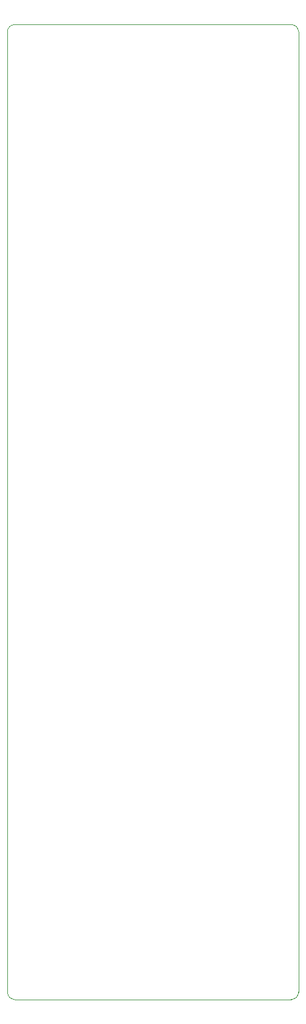
<source format=gbr>
%TF.GenerationSoftware,KiCad,Pcbnew,(6.0.5-0)*%
%TF.CreationDate,2022-08-16T12:13:12-04:00*%
%TF.ProjectId,Springer,53707269-6e67-4657-922e-6b696361645f,rev?*%
%TF.SameCoordinates,Original*%
%TF.FileFunction,Profile,NP*%
%FSLAX46Y46*%
G04 Gerber Fmt 4.6, Leading zero omitted, Abs format (unit mm)*
G04 Created by KiCad (PCBNEW (6.0.5-0)) date 2022-08-16 12:13:12*
%MOMM*%
%LPD*%
G01*
G04 APERTURE LIST*
%TA.AperFunction,Profile*%
%ADD10C,0.050000*%
%TD*%
G04 APERTURE END LIST*
D10*
X30000000Y-44500000D02*
G75*
G03*
X29000000Y-45500000I0J-1000000D01*
G01*
X68500000Y-44500000D02*
X30000000Y-44500000D01*
X69500000Y-179000000D02*
X69500000Y-45500000D01*
X69500000Y-45500000D02*
G75*
G03*
X68500000Y-44500000I-1000000J0D01*
G01*
X29000000Y-45500000D02*
X29000000Y-179000000D01*
X29000000Y-179000000D02*
G75*
G03*
X30000000Y-180000000I1000000J0D01*
G01*
X68500000Y-180000000D02*
G75*
G03*
X69500000Y-179000000I0J1000000D01*
G01*
X30000000Y-180000000D02*
X68500000Y-180000000D01*
M02*

</source>
